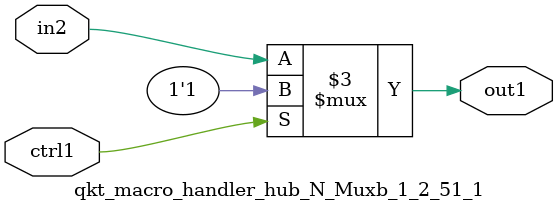
<source format=v>

`timescale 1ps / 1ps


module qkt_macro_handler_hub_N_Muxb_1_2_51_1( in2, ctrl1, out1 );

    input in2;
    input ctrl1;
    output out1;
    reg out1;

    
    // rtl_process:qkt_macro_handler_hub_N_Muxb_1_2_51_1/qkt_macro_handler_hub_N_Muxb_1_2_51_1_thread_1
    always @*
      begin : qkt_macro_handler_hub_N_Muxb_1_2_51_1_thread_1
        case (ctrl1) 
          1'b1: 
            begin
              out1 = 1'b1;
            end
          default: 
            begin
              out1 = in2;
            end
        endcase
      end

endmodule


</source>
